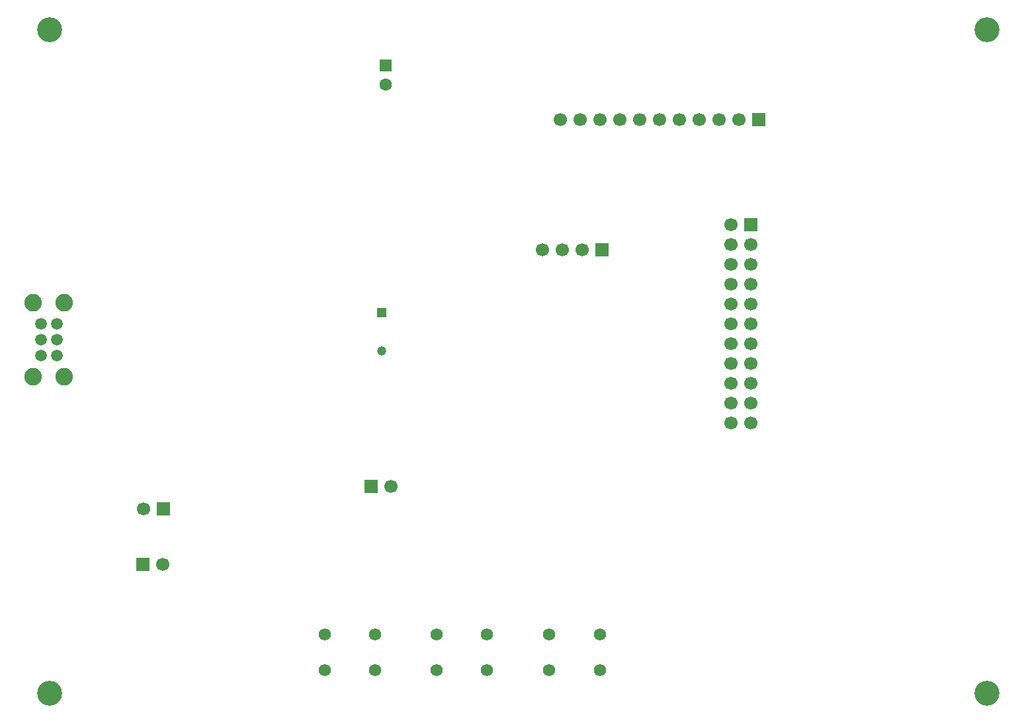
<source format=gbs>
G04 #@! TF.GenerationSoftware,KiCad,Pcbnew,9.0.5*
G04 #@! TF.CreationDate,2025-10-18T23:40:24+02:00*
G04 #@! TF.ProjectId,fotoaparat,666f746f-6170-4617-9261-742e6b696361,rev?*
G04 #@! TF.SameCoordinates,Original*
G04 #@! TF.FileFunction,Soldermask,Bot*
G04 #@! TF.FilePolarity,Negative*
%FSLAX46Y46*%
G04 Gerber Fmt 4.6, Leading zero omitted, Abs format (unit mm)*
G04 Created by KiCad (PCBNEW 9.0.5) date 2025-10-18 23:40:24*
%MOMM*%
%LPD*%
G01*
G04 APERTURE LIST*
G04 Aperture macros list*
%AMRoundRect*
0 Rectangle with rounded corners*
0 $1 Rounding radius*
0 $2 $3 $4 $5 $6 $7 $8 $9 X,Y pos of 4 corners*
0 Add a 4 corners polygon primitive as box body*
4,1,4,$2,$3,$4,$5,$6,$7,$8,$9,$2,$3,0*
0 Add four circle primitives for the rounded corners*
1,1,$1+$1,$2,$3*
1,1,$1+$1,$4,$5*
1,1,$1+$1,$6,$7*
1,1,$1+$1,$8,$9*
0 Add four rect primitives between the rounded corners*
20,1,$1+$1,$2,$3,$4,$5,0*
20,1,$1+$1,$4,$5,$6,$7,0*
20,1,$1+$1,$6,$7,$8,$9,0*
20,1,$1+$1,$8,$9,$2,$3,0*%
G04 Aperture macros list end*
%ADD10RoundRect,0.250000X-0.550000X0.550000X-0.550000X-0.550000X0.550000X-0.550000X0.550000X0.550000X0*%
%ADD11C,1.600000*%
%ADD12C,1.575000*%
%ADD13R,1.700000X1.700000*%
%ADD14C,1.700000*%
%ADD15C,3.200000*%
%ADD16R,1.192000X1.192000*%
%ADD17C,1.192000*%
%ADD18C,1.500000*%
%ADD19C,2.250000*%
G04 APERTURE END LIST*
D10*
X128050000Y-64544887D03*
D11*
X128050000Y-67044887D03*
D12*
X120200000Y-137500000D03*
X120200000Y-142000000D03*
X126700000Y-137500000D03*
X126700000Y-142000000D03*
D13*
X96900000Y-128500000D03*
D14*
X99440000Y-128500000D03*
D13*
X99540000Y-121400000D03*
D14*
X97000000Y-121400000D03*
D13*
X155680000Y-88200000D03*
D14*
X153140000Y-88200000D03*
X150600000Y-88200000D03*
X148060000Y-88200000D03*
D15*
X205000000Y-145000000D03*
X205000000Y-60000000D03*
D13*
X174740000Y-84925000D03*
D14*
X172200000Y-84925000D03*
X174740000Y-87465000D03*
X172200000Y-87465000D03*
X174740000Y-90005000D03*
X172200000Y-90005000D03*
X174740000Y-92545000D03*
X172200000Y-92545000D03*
X174740000Y-95085000D03*
X172200000Y-95085000D03*
X174740000Y-97625000D03*
X172200000Y-97625000D03*
X174740000Y-100165000D03*
X172200000Y-100165000D03*
X174740000Y-102705000D03*
X172200000Y-102705000D03*
X174740000Y-105245000D03*
X172200000Y-105245000D03*
X174740000Y-107785000D03*
X172200000Y-107785000D03*
X174740000Y-110325000D03*
X172200000Y-110325000D03*
D15*
X85000000Y-145000000D03*
D13*
X175775000Y-71500000D03*
D14*
X173235000Y-71500000D03*
X170695000Y-71500000D03*
X168155000Y-71500000D03*
X165615000Y-71500000D03*
X163075000Y-71500000D03*
X160535000Y-71500000D03*
X157995000Y-71500000D03*
X155455000Y-71500000D03*
X152915000Y-71500000D03*
X150375000Y-71500000D03*
D13*
X126160000Y-118500000D03*
D14*
X128700000Y-118500000D03*
D16*
X127500000Y-96260000D03*
D17*
X127500000Y-101140000D03*
D15*
X85000000Y-60000000D03*
D18*
X83900000Y-101700000D03*
X83900000Y-99700000D03*
X83900000Y-97700000D03*
X85900000Y-101700000D03*
X85900000Y-99700000D03*
X85900000Y-97700000D03*
D19*
X82900000Y-104450000D03*
X86900000Y-104450000D03*
X86900000Y-94950000D03*
X82900000Y-94950000D03*
D12*
X148931000Y-137500000D03*
X148931000Y-142000000D03*
X155431000Y-137500000D03*
X155431000Y-142000000D03*
X134500000Y-137500000D03*
X134500000Y-142000000D03*
X141000000Y-137500000D03*
X141000000Y-142000000D03*
M02*

</source>
